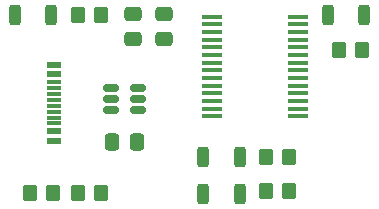
<source format=gtp>
%TF.GenerationSoftware,KiCad,Pcbnew,5.99.0-unknown-4920692bcd~125~ubuntu20.04.1*%
%TF.CreationDate,2021-04-18T13:07:44+02:00*%
%TF.ProjectId,USBMOUNT01A,5553424d-4f55-44e5-9430-31412e6b6963,rev?*%
%TF.SameCoordinates,Original*%
%TF.FileFunction,Paste,Top*%
%TF.FilePolarity,Positive*%
%FSLAX46Y46*%
G04 Gerber Fmt 4.6, Leading zero omitted, Abs format (unit mm)*
G04 Created by KiCad (PCBNEW 5.99.0-unknown-4920692bcd~125~ubuntu20.04.1) date 2021-04-18 13:07:44*
%MOMM*%
%LPD*%
G01*
G04 APERTURE LIST*
G04 Aperture macros list*
%AMRoundRect*
0 Rectangle with rounded corners*
0 $1 Rounding radius*
0 $2 $3 $4 $5 $6 $7 $8 $9 X,Y pos of 4 corners*
0 Add a 4 corners polygon primitive as box body*
4,1,4,$2,$3,$4,$5,$6,$7,$8,$9,$2,$3,0*
0 Add four circle primitives for the rounded corners*
1,1,$1+$1,$2,$3*
1,1,$1+$1,$4,$5*
1,1,$1+$1,$6,$7*
1,1,$1+$1,$8,$9*
0 Add four rect primitives between the rounded corners*
20,1,$1+$1,$2,$3,$4,$5,0*
20,1,$1+$1,$4,$5,$6,$7,0*
20,1,$1+$1,$6,$7,$8,$9,0*
20,1,$1+$1,$8,$9,$2,$3,0*%
G04 Aperture macros list end*
%ADD10RoundRect,0.250000X-0.475000X0.337500X-0.475000X-0.337500X0.475000X-0.337500X0.475000X0.337500X0*%
%ADD11RoundRect,0.250000X0.350000X0.450000X-0.350000X0.450000X-0.350000X-0.450000X0.350000X-0.450000X0*%
%ADD12R,1.750000X0.450000*%
%ADD13RoundRect,0.190000X-0.285000X-0.685000X0.285000X-0.685000X0.285000X0.685000X-0.285000X0.685000X0*%
%ADD14RoundRect,0.150000X0.512500X0.150000X-0.512500X0.150000X-0.512500X-0.150000X0.512500X-0.150000X0*%
%ADD15RoundRect,0.250000X-0.350000X-0.450000X0.350000X-0.450000X0.350000X0.450000X-0.350000X0.450000X0*%
%ADD16R,1.160000X0.600000*%
%ADD17R,1.160000X0.300000*%
%ADD18RoundRect,0.250000X0.337500X0.475000X-0.337500X0.475000X-0.337500X-0.475000X0.337500X-0.475000X0*%
G04 APERTURE END LIST*
D10*
%TO.C,C2*%
X139300000Y-81400000D03*
X139300000Y-83475000D03*
%TD*%
D11*
%TO.C,R5*%
X156100000Y-84450000D03*
X154100000Y-84450000D03*
%TD*%
D12*
%TO.C,U1*%
X150600000Y-90050000D03*
X150600000Y-89400000D03*
X150600000Y-88750000D03*
X150600000Y-88100000D03*
X150600000Y-87450000D03*
X150600000Y-86800000D03*
X150600000Y-86150000D03*
X150600000Y-85500000D03*
X150600000Y-84850000D03*
X150600000Y-84200000D03*
X150600000Y-83550000D03*
X150600000Y-82900000D03*
X150600000Y-82250000D03*
X150600000Y-81600000D03*
X143400000Y-81600000D03*
X143400000Y-82250000D03*
X143400000Y-82900000D03*
X143400000Y-83550000D03*
X143400000Y-84200000D03*
X143400000Y-84850000D03*
X143400000Y-85500000D03*
X143400000Y-86150000D03*
X143400000Y-86800000D03*
X143400000Y-87450000D03*
X143400000Y-88100000D03*
X143400000Y-88750000D03*
X143400000Y-89400000D03*
X143400000Y-90050000D03*
%TD*%
D13*
%TO.C,D1*%
X126650000Y-81500000D03*
X129750000Y-81500000D03*
%TD*%
D14*
%TO.C,U2*%
X137075000Y-89535000D03*
X137075000Y-88585000D03*
X137075000Y-87635000D03*
X134800000Y-87635000D03*
X134800000Y-88585000D03*
X134800000Y-89535000D03*
%TD*%
D13*
%TO.C,D2*%
X142600000Y-96600000D03*
X145700000Y-96600000D03*
%TD*%
D11*
%TO.C,R4*%
X149900000Y-93500000D03*
X147900000Y-93500000D03*
%TD*%
D10*
%TO.C,C1*%
X136700000Y-81400000D03*
X136700000Y-83475000D03*
%TD*%
D15*
%TO.C,R7*%
X131985000Y-96520000D03*
X133985000Y-96520000D03*
%TD*%
D16*
%TO.C,P1*%
X129965000Y-85700000D03*
X129965000Y-86500000D03*
D17*
X129965000Y-87650000D03*
X129965000Y-88650000D03*
X129965000Y-89150000D03*
X129965000Y-90150000D03*
D16*
X129965000Y-91300000D03*
X129965000Y-92100000D03*
X129965000Y-92100000D03*
X129965000Y-91300000D03*
D17*
X129965000Y-90650000D03*
X129965000Y-89650000D03*
X129965000Y-88150000D03*
X129965000Y-87150000D03*
D16*
X129965000Y-86500000D03*
X129965000Y-85700000D03*
%TD*%
D11*
%TO.C,R6*%
X129921000Y-96520000D03*
X127921000Y-96520000D03*
%TD*%
%TO.C,R1*%
X133992500Y-81500000D03*
X131992500Y-81500000D03*
%TD*%
%TO.C,R3*%
X149900000Y-96400000D03*
X147900000Y-96400000D03*
%TD*%
D13*
%TO.C,D4*%
X153150000Y-81500000D03*
X156250000Y-81500000D03*
%TD*%
%TO.C,D3*%
X142600000Y-93500000D03*
X145700000Y-93500000D03*
%TD*%
D18*
%TO.C,C3*%
X136975000Y-92200000D03*
X134900000Y-92200000D03*
%TD*%
M02*

</source>
